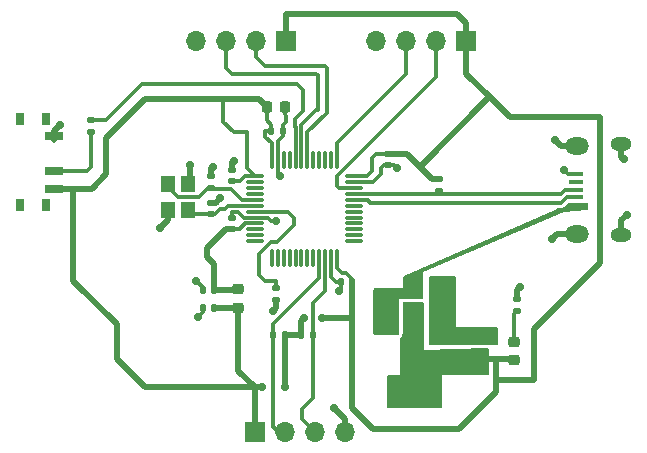
<source format=gbr>
%TF.GenerationSoftware,KiCad,Pcbnew,7.0.10*%
%TF.CreationDate,2024-01-08T00:56:05+00:00*%
%TF.ProjectId,green_storm,67726565-6e5f-4737-946f-726d2e6b6963,0.1*%
%TF.SameCoordinates,Original*%
%TF.FileFunction,Copper,L1,Top*%
%TF.FilePolarity,Positive*%
%FSLAX46Y46*%
G04 Gerber Fmt 4.6, Leading zero omitted, Abs format (unit mm)*
G04 Created by KiCad (PCBNEW 7.0.10) date 2024-01-08 00:56:05*
%MOMM*%
%LPD*%
G01*
G04 APERTURE LIST*
G04 Aperture macros list*
%AMRoundRect*
0 Rectangle with rounded corners*
0 $1 Rounding radius*
0 $2 $3 $4 $5 $6 $7 $8 $9 X,Y pos of 4 corners*
0 Add a 4 corners polygon primitive as box body*
4,1,4,$2,$3,$4,$5,$6,$7,$8,$9,$2,$3,0*
0 Add four circle primitives for the rounded corners*
1,1,$1+$1,$2,$3*
1,1,$1+$1,$4,$5*
1,1,$1+$1,$6,$7*
1,1,$1+$1,$8,$9*
0 Add four rect primitives between the rounded corners*
20,1,$1+$1,$2,$3,$4,$5,0*
20,1,$1+$1,$4,$5,$6,$7,0*
20,1,$1+$1,$6,$7,$8,$9,0*
20,1,$1+$1,$8,$9,$2,$3,0*%
G04 Aperture macros list end*
%TA.AperFunction,ComponentPad*%
%ADD10R,1.700000X1.700000*%
%TD*%
%TA.AperFunction,ComponentPad*%
%ADD11O,1.700000X1.700000*%
%TD*%
%TA.AperFunction,SMDPad,CuDef*%
%ADD12RoundRect,0.140000X-0.170000X0.140000X-0.170000X-0.140000X0.170000X-0.140000X0.170000X0.140000X0*%
%TD*%
%TA.AperFunction,SMDPad,CuDef*%
%ADD13RoundRect,0.140000X0.170000X-0.140000X0.170000X0.140000X-0.170000X0.140000X-0.170000X-0.140000X0*%
%TD*%
%TA.AperFunction,SMDPad,CuDef*%
%ADD14RoundRect,0.218750X-0.256250X0.218750X-0.256250X-0.218750X0.256250X-0.218750X0.256250X0.218750X0*%
%TD*%
%TA.AperFunction,SMDPad,CuDef*%
%ADD15RoundRect,0.250000X0.475000X-0.250000X0.475000X0.250000X-0.475000X0.250000X-0.475000X-0.250000X0*%
%TD*%
%TA.AperFunction,SMDPad,CuDef*%
%ADD16RoundRect,0.135000X-0.185000X0.135000X-0.185000X-0.135000X0.185000X-0.135000X0.185000X0.135000X0*%
%TD*%
%TA.AperFunction,SMDPad,CuDef*%
%ADD17RoundRect,0.140000X0.140000X0.170000X-0.140000X0.170000X-0.140000X-0.170000X0.140000X-0.170000X0*%
%TD*%
%TA.AperFunction,SMDPad,CuDef*%
%ADD18RoundRect,0.135000X0.185000X-0.135000X0.185000X0.135000X-0.185000X0.135000X-0.185000X-0.135000X0*%
%TD*%
%TA.AperFunction,SMDPad,CuDef*%
%ADD19RoundRect,0.225000X-0.225000X-0.250000X0.225000X-0.250000X0.225000X0.250000X-0.225000X0.250000X0*%
%TD*%
%TA.AperFunction,SMDPad,CuDef*%
%ADD20RoundRect,0.135000X-0.135000X-0.185000X0.135000X-0.185000X0.135000X0.185000X-0.135000X0.185000X0*%
%TD*%
%TA.AperFunction,SMDPad,CuDef*%
%ADD21RoundRect,0.250000X-0.250000X-0.475000X0.250000X-0.475000X0.250000X0.475000X-0.250000X0.475000X0*%
%TD*%
%TA.AperFunction,SMDPad,CuDef*%
%ADD22R,1.300000X0.450000*%
%TD*%
%TA.AperFunction,ComponentPad*%
%ADD23O,1.800000X1.150000*%
%TD*%
%TA.AperFunction,ComponentPad*%
%ADD24O,2.000000X1.450000*%
%TD*%
%TA.AperFunction,SMDPad,CuDef*%
%ADD25RoundRect,0.135000X0.135000X0.185000X-0.135000X0.185000X-0.135000X-0.185000X0.135000X-0.185000X0*%
%TD*%
%TA.AperFunction,SMDPad,CuDef*%
%ADD26RoundRect,0.075000X-0.662500X-0.075000X0.662500X-0.075000X0.662500X0.075000X-0.662500X0.075000X0*%
%TD*%
%TA.AperFunction,SMDPad,CuDef*%
%ADD27RoundRect,0.075000X-0.075000X-0.662500X0.075000X-0.662500X0.075000X0.662500X-0.075000X0.662500X0*%
%TD*%
%TA.AperFunction,SMDPad,CuDef*%
%ADD28RoundRect,0.140000X-0.140000X-0.170000X0.140000X-0.170000X0.140000X0.170000X-0.140000X0.170000X0*%
%TD*%
%TA.AperFunction,SMDPad,CuDef*%
%ADD29R,1.500000X2.000000*%
%TD*%
%TA.AperFunction,SMDPad,CuDef*%
%ADD30R,3.800000X2.000000*%
%TD*%
%TA.AperFunction,SMDPad,CuDef*%
%ADD31R,0.800000X1.000000*%
%TD*%
%TA.AperFunction,SMDPad,CuDef*%
%ADD32R,1.500000X0.700000*%
%TD*%
%TA.AperFunction,SMDPad,CuDef*%
%ADD33R,1.200000X1.400000*%
%TD*%
%TA.AperFunction,ViaPad*%
%ADD34C,0.700000*%
%TD*%
%TA.AperFunction,Conductor*%
%ADD35C,0.500000*%
%TD*%
%TA.AperFunction,Conductor*%
%ADD36C,0.300000*%
%TD*%
G04 APERTURE END LIST*
D10*
%TO.P,J4,1,Pin_1*%
%TO.N,+3.3V*%
X62865000Y-110363000D03*
D11*
%TO.P,J4,2,Pin_2*%
%TO.N,Net-(J4-Pin_2)*%
X65405000Y-110363000D03*
%TO.P,J4,3,Pin_3*%
%TO.N,Net-(J4-Pin_3)*%
X67945000Y-110363000D03*
%TO.P,J4,4,Pin_4*%
%TO.N,GND*%
X70485000Y-110363000D03*
%TD*%
D12*
%TO.P,C11,1*%
%TO.N,Net-(U2-NRST)*%
X64643000Y-98199000D03*
%TO.P,C11,2*%
%TO.N,GND*%
X64643000Y-99159000D03*
%TD*%
D13*
%TO.P,C12,1*%
%TO.N,Net-(U2-PD0)*%
X59182000Y-89662000D03*
%TO.P,C12,2*%
%TO.N,GND*%
X59182000Y-88702000D03*
%TD*%
D14*
%TO.P,D1,1,K*%
%TO.N,Net-(D1-K)*%
X84836000Y-102692000D03*
%TO.P,D1,2,A*%
%TO.N,+3.3V*%
X84836000Y-104267000D03*
%TD*%
D15*
%TO.P,C2,1*%
%TO.N,+3.3V*%
X81407000Y-104201000D03*
%TO.P,C2,2*%
%TO.N,GND*%
X81407000Y-102301000D03*
%TD*%
D16*
%TO.P,R3,1*%
%TO.N,+3.3V*%
X78486000Y-88898000D03*
%TO.P,R3,2*%
%TO.N,Net-(J1-D+)*%
X78486000Y-89918000D03*
%TD*%
D17*
%TO.P,C5,1*%
%TO.N,+3.3V*%
X71092000Y-97663000D03*
%TO.P,C5,2*%
%TO.N,GND*%
X70132000Y-97663000D03*
%TD*%
D18*
%TO.P,R2,1*%
%TO.N,Net-(SW1-B)*%
X49022000Y-84965000D03*
%TO.P,R2,2*%
%TO.N,Net-(U2-BOOT0)*%
X49022000Y-83945000D03*
%TD*%
D19*
%TO.P,C3,1*%
%TO.N,+3.3V*%
X63868000Y-82804000D03*
%TO.P,C3,2*%
%TO.N,GND*%
X65418000Y-82804000D03*
%TD*%
D10*
%TO.P,J3,1,Pin_1*%
%TO.N,+3.3V*%
X65522000Y-77216000D03*
D11*
%TO.P,J3,2,Pin_2*%
%TO.N,Net-(J3-Pin_2)*%
X62982000Y-77216000D03*
%TO.P,J3,3,Pin_3*%
%TO.N,Net-(J3-Pin_3)*%
X60442000Y-77216000D03*
%TO.P,J3,4,Pin_4*%
%TO.N,GND*%
X57902000Y-77216000D03*
%TD*%
D20*
%TO.P,R5,1*%
%TO.N,+3.3V*%
X66800000Y-102108000D03*
%TO.P,R5,2*%
%TO.N,Net-(J4-Pin_3)*%
X67820000Y-102108000D03*
%TD*%
D17*
%TO.P,C10,1*%
%TO.N,+3.3V*%
X59436000Y-99822000D03*
%TO.P,C10,2*%
%TO.N,GND*%
X58476000Y-99822000D03*
%TD*%
%TO.P,C9,1*%
%TO.N,+3.3VA*%
X59436000Y-98298000D03*
%TO.P,C9,2*%
%TO.N,GND*%
X58476000Y-98298000D03*
%TD*%
D21*
%TO.P,C1,1*%
%TO.N,VBUS*%
X76266000Y-98044000D03*
%TO.P,C1,2*%
%TO.N,GND*%
X78166000Y-98044000D03*
%TD*%
D12*
%TO.P,C6,1*%
%TO.N,+3.3V*%
X74168000Y-86797000D03*
%TO.P,C6,2*%
%TO.N,GND*%
X74168000Y-87757000D03*
%TD*%
D22*
%TO.P,J1,1,VBUS*%
%TO.N,VBUS*%
X90043000Y-91119000D03*
%TO.P,J1,2,D-*%
%TO.N,Net-(J1-D-)*%
X90043000Y-90469000D03*
%TO.P,J1,3,D+*%
%TO.N,Net-(J1-D+)*%
X90043000Y-89819000D03*
%TO.P,J1,4,ID*%
%TO.N,unconnected-(J1-ID-Pad4)*%
X90043000Y-89169000D03*
%TO.P,J1,5,GND*%
%TO.N,GND*%
X90043000Y-88519000D03*
D23*
%TO.P,J1,6,Shield*%
X93893000Y-93694000D03*
D24*
X90093000Y-93544000D03*
X90093000Y-86094000D03*
D23*
X93893000Y-85944000D03*
%TD*%
D10*
%TO.P,J2,1,Pin_1*%
%TO.N,+3.3V*%
X80772000Y-77216000D03*
D11*
%TO.P,J2,2,Pin_2*%
%TO.N,Net-(J2-Pin_2)*%
X78232000Y-77216000D03*
%TO.P,J2,3,Pin_3*%
%TO.N,Net-(J2-Pin_3)*%
X75692000Y-77216000D03*
%TO.P,J2,4,Pin_4*%
%TO.N,GND*%
X73152000Y-77216000D03*
%TD*%
D25*
%TO.P,R4,1*%
%TO.N,+3.3V*%
X65407000Y-102108000D03*
%TO.P,R4,2*%
%TO.N,Net-(J4-Pin_2)*%
X64387000Y-102108000D03*
%TD*%
D26*
%TO.P,U2,1,VBAT*%
%TO.N,+3.3V*%
X62893500Y-88690000D03*
%TO.P,U2,2,PC13*%
%TO.N,unconnected-(U2-PC13-Pad2)*%
X62893500Y-89190000D03*
%TO.P,U2,3,PC14*%
%TO.N,unconnected-(U2-PC14-Pad3)*%
X62893500Y-89690000D03*
%TO.P,U2,4,PC15*%
%TO.N,unconnected-(U2-PC15-Pad4)*%
X62893500Y-90190000D03*
%TO.P,U2,5,PD0*%
%TO.N,Net-(U2-PD0)*%
X62893500Y-90690000D03*
%TO.P,U2,6,PD1*%
%TO.N,Net-(U2-PD1)*%
X62893500Y-91190000D03*
%TO.P,U2,7,NRST*%
%TO.N,Net-(U2-NRST)*%
X62893500Y-91690000D03*
%TO.P,U2,8,VSSA*%
%TO.N,GND*%
X62893500Y-92190000D03*
%TO.P,U2,9,VDDA*%
%TO.N,+3.3VA*%
X62893500Y-92690000D03*
%TO.P,U2,10,PA0*%
%TO.N,unconnected-(U2-PA0-Pad10)*%
X62893500Y-93190000D03*
%TO.P,U2,11,PA1*%
%TO.N,unconnected-(U2-PA1-Pad11)*%
X62893500Y-93690000D03*
%TO.P,U2,12,PA2*%
%TO.N,unconnected-(U2-PA2-Pad12)*%
X62893500Y-94190000D03*
D27*
%TO.P,U2,13,PA3*%
%TO.N,unconnected-(U2-PA3-Pad13)*%
X64306000Y-95602500D03*
%TO.P,U2,14,PA4*%
%TO.N,unconnected-(U2-PA4-Pad14)*%
X64806000Y-95602500D03*
%TO.P,U2,15,PA5*%
%TO.N,unconnected-(U2-PA5-Pad15)*%
X65306000Y-95602500D03*
%TO.P,U2,16,PA6*%
%TO.N,unconnected-(U2-PA6-Pad16)*%
X65806000Y-95602500D03*
%TO.P,U2,17,PA7*%
%TO.N,unconnected-(U2-PA7-Pad17)*%
X66306000Y-95602500D03*
%TO.P,U2,18,PB0*%
%TO.N,unconnected-(U2-PB0-Pad18)*%
X66806000Y-95602500D03*
%TO.P,U2,19,PB1*%
%TO.N,unconnected-(U2-PB1-Pad19)*%
X67306000Y-95602500D03*
%TO.P,U2,20,PB2*%
%TO.N,unconnected-(U2-PB2-Pad20)*%
X67806000Y-95602500D03*
%TO.P,U2,21,PB10*%
%TO.N,Net-(J4-Pin_2)*%
X68306000Y-95602500D03*
%TO.P,U2,22,PB11*%
%TO.N,Net-(J4-Pin_3)*%
X68806000Y-95602500D03*
%TO.P,U2,23,VSS*%
%TO.N,GND*%
X69306000Y-95602500D03*
%TO.P,U2,24,VDD*%
%TO.N,+3.3V*%
X69806000Y-95602500D03*
D26*
%TO.P,U2,25,PB12*%
%TO.N,unconnected-(U2-PB12-Pad25)*%
X71218500Y-94190000D03*
%TO.P,U2,26,PB13*%
%TO.N,unconnected-(U2-PB13-Pad26)*%
X71218500Y-93690000D03*
%TO.P,U2,27,PB14*%
%TO.N,unconnected-(U2-PB14-Pad27)*%
X71218500Y-93190000D03*
%TO.P,U2,28,PB15*%
%TO.N,unconnected-(U2-PB15-Pad28)*%
X71218500Y-92690000D03*
%TO.P,U2,29,PA8*%
%TO.N,unconnected-(U2-PA8-Pad29)*%
X71218500Y-92190000D03*
%TO.P,U2,30,PA9*%
%TO.N,unconnected-(U2-PA9-Pad30)*%
X71218500Y-91690000D03*
%TO.P,U2,31,PA10*%
%TO.N,unconnected-(U2-PA10-Pad31)*%
X71218500Y-91190000D03*
%TO.P,U2,32,PA11*%
%TO.N,Net-(J1-D-)*%
X71218500Y-90690000D03*
%TO.P,U2,33,PA12*%
%TO.N,Net-(J1-D+)*%
X71218500Y-90190000D03*
%TO.P,U2,34,PA13*%
%TO.N,Net-(J2-Pin_2)*%
X71218500Y-89690000D03*
%TO.P,U2,35,VSS*%
%TO.N,GND*%
X71218500Y-89190000D03*
%TO.P,U2,36,VDD*%
%TO.N,+3.3V*%
X71218500Y-88690000D03*
D27*
%TO.P,U2,37,PA14*%
%TO.N,Net-(J2-Pin_3)*%
X69806000Y-87277500D03*
%TO.P,U2,38,PA15*%
%TO.N,unconnected-(U2-PA15-Pad38)*%
X69306000Y-87277500D03*
%TO.P,U2,39,PB3*%
%TO.N,unconnected-(U2-PB3-Pad39)*%
X68806000Y-87277500D03*
%TO.P,U2,40,PB4*%
%TO.N,unconnected-(U2-PB4-Pad40)*%
X68306000Y-87277500D03*
%TO.P,U2,41,PB5*%
%TO.N,unconnected-(U2-PB5-Pad41)*%
X67806000Y-87277500D03*
%TO.P,U2,42,PB6*%
%TO.N,Net-(J3-Pin_2)*%
X67306000Y-87277500D03*
%TO.P,U2,43,PB7*%
%TO.N,Net-(J3-Pin_3)*%
X66806000Y-87277500D03*
%TO.P,U2,44,BOOT0*%
%TO.N,Net-(U2-BOOT0)*%
X66306000Y-87277500D03*
%TO.P,U2,45,PB8*%
%TO.N,unconnected-(U2-PB8-Pad45)*%
X65806000Y-87277500D03*
%TO.P,U2,46,PB9*%
%TO.N,unconnected-(U2-PB9-Pad46)*%
X65306000Y-87277500D03*
%TO.P,U2,47,VSS*%
%TO.N,GND*%
X64806000Y-87277500D03*
%TO.P,U2,48,VDD*%
%TO.N,+3.3V*%
X64306000Y-87277500D03*
%TD*%
D13*
%TO.P,C13,1*%
%TO.N,Net-(U2-PD1)*%
X59182000Y-91892000D03*
%TO.P,C13,2*%
%TO.N,GND*%
X59182000Y-90932000D03*
%TD*%
D28*
%TO.P,C7,1*%
%TO.N,+3.3V*%
X64262000Y-84836000D03*
%TO.P,C7,2*%
%TO.N,GND*%
X65222000Y-84836000D03*
%TD*%
D29*
%TO.P,U1,1,GND*%
%TO.N,GND*%
X78627000Y-100609000D03*
%TO.P,U1,2,VO*%
%TO.N,+3.3V*%
X76327000Y-100609000D03*
D30*
X76327000Y-106909000D03*
D29*
%TO.P,U1,3,VI*%
%TO.N,VBUS*%
X74027000Y-100609000D03*
%TD*%
D14*
%TO.P,FB1,1*%
%TO.N,+3.3VA*%
X61468000Y-98272500D03*
%TO.P,FB1,2*%
%TO.N,+3.3V*%
X61468000Y-99847500D03*
%TD*%
D13*
%TO.P,C8,1*%
%TO.N,+3.3VA*%
X60960000Y-93162000D03*
%TO.P,C8,2*%
%TO.N,GND*%
X60960000Y-92202000D03*
%TD*%
D31*
%TO.P,SW1,*%
%TO.N,*%
X45197000Y-83853000D03*
X42987000Y-83853000D03*
X45197000Y-91153000D03*
X42987000Y-91153000D03*
D32*
%TO.P,SW1,1,A*%
%TO.N,GND*%
X45847000Y-85253000D03*
%TO.P,SW1,2,B*%
%TO.N,Net-(SW1-B)*%
X45847000Y-88253000D03*
%TO.P,SW1,3,C*%
%TO.N,+3.3V*%
X45847000Y-89753000D03*
%TD*%
D33*
%TO.P,Y1,1,1*%
%TO.N,Net-(U2-PD0)*%
X55538000Y-89324000D03*
%TO.P,Y1,2,2*%
%TO.N,GND*%
X55538000Y-91524000D03*
%TO.P,Y1,3,3*%
%TO.N,Net-(U2-PD1)*%
X57238000Y-91524000D03*
%TO.P,Y1,4,4*%
%TO.N,GND*%
X57238000Y-89324000D03*
%TD*%
D18*
%TO.P,R1,1*%
%TO.N,Net-(D1-K)*%
X85090000Y-100078000D03*
%TO.P,R1,2*%
%TO.N,GND*%
X85090000Y-99058000D03*
%TD*%
D13*
%TO.P,C4,1*%
%TO.N,+3.3V*%
X60960000Y-89126000D03*
%TO.P,C4,2*%
%TO.N,GND*%
X60960000Y-88166000D03*
%TD*%
D34*
%TO.N,GND*%
X69596000Y-108331000D03*
X88265000Y-85598000D03*
X59944000Y-90566000D03*
X59309000Y-87884000D03*
X46355000Y-84328000D03*
X79502000Y-97790000D03*
X64389000Y-100076000D03*
X61087000Y-87376000D03*
X78105000Y-102235000D03*
X69977000Y-98425000D03*
X57404000Y-87757000D03*
X54864000Y-93091000D03*
X94361000Y-91948000D03*
X85344000Y-98044000D03*
X89027000Y-88138000D03*
X58039000Y-100584000D03*
X74930000Y-88011000D03*
X64643000Y-92456000D03*
X57912000Y-97536000D03*
X65024000Y-88646000D03*
X94107000Y-87249000D03*
X82931000Y-102235000D03*
X78994000Y-102235000D03*
X88011000Y-93980000D03*
%TO.N,+3.3V*%
X65407000Y-106551000D03*
X63500000Y-106553000D03*
X68580000Y-100711000D03*
X67056000Y-100711000D03*
%TD*%
D35*
%TO.N,GND*%
X70485000Y-109220000D02*
X69596000Y-108331000D01*
X70485000Y-110363000D02*
X70485000Y-109220000D01*
D36*
%TO.N,Net-(J4-Pin_3)*%
X66865000Y-108395000D02*
X66865000Y-109283000D01*
X66865000Y-109283000D02*
X67945000Y-110363000D01*
%TO.N,GND*%
X65222000Y-85272893D02*
X64806000Y-85688893D01*
D35*
X55538000Y-91524000D02*
X55538000Y-92417000D01*
X93893000Y-92416000D02*
X94361000Y-91948000D01*
D36*
X65222000Y-83000000D02*
X65418000Y-82804000D01*
D35*
X59578000Y-90932000D02*
X59944000Y-90566000D01*
X60960000Y-87503000D02*
X61087000Y-87376000D01*
D36*
X69306000Y-97246000D02*
X69306000Y-95602500D01*
X72862000Y-89190000D02*
X73533000Y-88519000D01*
X61468000Y-91694000D02*
X60960000Y-91694000D01*
X58476000Y-98298000D02*
X58476000Y-98100000D01*
X73533000Y-88519000D02*
X73533000Y-88011000D01*
X65418000Y-83452000D02*
X65418000Y-82804000D01*
X60960000Y-91694000D02*
X60960000Y-92202000D01*
D35*
X60960000Y-88166000D02*
X60960000Y-87503000D01*
X64643000Y-99159000D02*
X64643000Y-99822000D01*
X85090000Y-98931000D02*
X85090000Y-98298000D01*
D36*
X74168000Y-87757000D02*
X74676000Y-87757000D01*
X58476000Y-99822000D02*
X58476000Y-100147000D01*
X73787000Y-87757000D02*
X74168000Y-87757000D01*
X64806000Y-87277500D02*
X64806000Y-88428000D01*
D35*
X57404000Y-89158000D02*
X57238000Y-89324000D01*
X59182000Y-88702000D02*
X59182000Y-88011000D01*
D36*
X65222000Y-84836000D02*
X65222000Y-84384000D01*
X64806000Y-85688893D02*
X64806000Y-87277500D01*
D35*
X88447000Y-93544000D02*
X88011000Y-93980000D01*
D36*
X89408000Y-88519000D02*
X89027000Y-88138000D01*
D35*
X93893000Y-93694000D02*
X93893000Y-92416000D01*
X45847000Y-85253000D02*
X46010000Y-85253000D01*
D36*
X61964000Y-92190000D02*
X61468000Y-91694000D01*
D35*
X90093000Y-93544000D02*
X88447000Y-93544000D01*
D36*
X70132000Y-98270000D02*
X69977000Y-98425000D01*
X65222000Y-84384000D02*
X65532000Y-84074000D01*
X65532000Y-84074000D02*
X65532000Y-83566000D01*
X64262000Y-92456000D02*
X64643000Y-92456000D01*
D35*
X93893000Y-87035000D02*
X94107000Y-87249000D01*
X59182000Y-88011000D02*
X59309000Y-87884000D01*
D36*
X64806000Y-88428000D02*
X65024000Y-88646000D01*
D35*
X85090000Y-98298000D02*
X85344000Y-98044000D01*
X90093000Y-86094000D02*
X88761000Y-86094000D01*
X55538000Y-92417000D02*
X54864000Y-93091000D01*
X57404000Y-87757000D02*
X57404000Y-89158000D01*
D36*
X90043000Y-88519000D02*
X89408000Y-88519000D01*
X58476000Y-98100000D02*
X57912000Y-97536000D01*
D35*
X93893000Y-85944000D02*
X93893000Y-87035000D01*
D36*
X74676000Y-87757000D02*
X74930000Y-88011000D01*
X73533000Y-88011000D02*
X73787000Y-87757000D01*
D35*
X45847000Y-84836000D02*
X46355000Y-84328000D01*
D36*
X69723000Y-97663000D02*
X69306000Y-97246000D01*
X71218500Y-89190000D02*
X72862000Y-89190000D01*
D35*
X45847000Y-85598000D02*
X45847000Y-85253000D01*
D36*
X65222000Y-84836000D02*
X65222000Y-85272893D01*
D35*
X88761000Y-86094000D02*
X88265000Y-85598000D01*
D36*
X65532000Y-83566000D02*
X65418000Y-83452000D01*
X70132000Y-97663000D02*
X69723000Y-97663000D01*
D35*
X59182000Y-90932000D02*
X59578000Y-90932000D01*
D36*
X62893500Y-92190000D02*
X63996000Y-92190000D01*
D35*
X45847000Y-85253000D02*
X45847000Y-84836000D01*
D36*
X70132000Y-97663000D02*
X70132000Y-98270000D01*
X58476000Y-100147000D02*
X58039000Y-100584000D01*
X63996000Y-92190000D02*
X64262000Y-92456000D01*
D35*
X64643000Y-99822000D02*
X64389000Y-100076000D01*
D36*
X62893500Y-92190000D02*
X61964000Y-92190000D01*
%TO.N,+3.3V*%
X69806000Y-95602500D02*
X69806000Y-96476000D01*
X72346000Y-88690000D02*
X72771000Y-88265000D01*
X62230000Y-84963000D02*
X61087000Y-84963000D01*
D35*
X84770000Y-104201000D02*
X84836000Y-104267000D01*
X80772000Y-77216000D02*
X80772000Y-75692000D01*
X49058000Y-89753000D02*
X47462000Y-89753000D01*
X86487000Y-105918000D02*
X86487000Y-101600000D01*
X84455000Y-83693000D02*
X82867500Y-82105500D01*
D36*
X62052880Y-88690000D02*
X61616880Y-89126000D01*
D35*
X71092000Y-97663000D02*
X71092000Y-100711000D01*
X65522000Y-74940000D02*
X65522000Y-77216000D01*
D36*
X64262000Y-84328000D02*
X63868000Y-83934000D01*
X61616880Y-89126000D02*
X60960000Y-89126000D01*
D35*
X72898000Y-110109000D02*
X80137000Y-110109000D01*
D36*
X62893500Y-88690000D02*
X62230000Y-88026500D01*
D35*
X61468000Y-105156000D02*
X62865000Y-106553000D01*
X47498000Y-89789000D02*
X47462000Y-89753000D01*
X76835000Y-87884000D02*
X77849000Y-88898000D01*
D36*
X72771000Y-87122000D02*
X73096000Y-86797000D01*
X63754000Y-85344000D02*
X63754000Y-84836000D01*
D35*
X62865000Y-106553000D02*
X63500000Y-106553000D01*
X66800000Y-100967000D02*
X66800000Y-102108000D01*
X83312000Y-104201000D02*
X84770000Y-104201000D01*
X51181000Y-104140000D02*
X51181000Y-101219000D01*
D36*
X64306000Y-87277500D02*
X64306000Y-85896000D01*
D35*
X82867500Y-82105500D02*
X82613500Y-82105500D01*
X50292000Y-88519000D02*
X49058000Y-89753000D01*
X65407000Y-102108000D02*
X65407000Y-106551000D01*
D36*
X61087000Y-84963000D02*
X60198000Y-84074000D01*
D35*
X63233000Y-82169000D02*
X60198000Y-82169000D01*
D36*
X63868000Y-83934000D02*
X63868000Y-82804000D01*
D35*
X62865000Y-106553000D02*
X53594000Y-106553000D01*
D36*
X71092000Y-97663000D02*
X71092000Y-97381000D01*
X70231000Y-96901000D02*
X69806000Y-96476000D01*
D35*
X83312000Y-105918000D02*
X86487000Y-105918000D01*
D36*
X64262000Y-84836000D02*
X64262000Y-84328000D01*
D35*
X51181000Y-101219000D02*
X47498000Y-97536000D01*
X53594000Y-82169000D02*
X50292000Y-85471000D01*
X76835000Y-87884000D02*
X75748000Y-86797000D01*
X80137000Y-110109000D02*
X83312000Y-106934000D01*
D36*
X62893500Y-88690000D02*
X62052880Y-88690000D01*
D35*
X82867500Y-82105500D02*
X80772000Y-80010000D01*
D36*
X72771000Y-88265000D02*
X72771000Y-87122000D01*
D35*
X61468000Y-99847500D02*
X61468000Y-105156000D01*
X59436000Y-99822000D02*
X61442500Y-99822000D01*
X50292000Y-85471000D02*
X50292000Y-88519000D01*
D36*
X64306000Y-85896000D02*
X63754000Y-85344000D01*
D35*
X65405000Y-106553000D02*
X65407000Y-106551000D01*
X63868000Y-82804000D02*
X63233000Y-82169000D01*
X75748000Y-86797000D02*
X74168000Y-86797000D01*
X92075000Y-83693000D02*
X84455000Y-83693000D01*
X66800000Y-102108000D02*
X65407000Y-102108000D01*
X61442500Y-99822000D02*
X61468000Y-99847500D01*
X71092000Y-100711000D02*
X68580000Y-100711000D01*
X62865000Y-110363000D02*
X62865000Y-106553000D01*
X65532000Y-74930000D02*
X65522000Y-74940000D01*
D36*
X63754000Y-84836000D02*
X64262000Y-84836000D01*
D35*
X67056000Y-100711000D02*
X66800000Y-100967000D01*
X80772000Y-80010000D02*
X80772000Y-77216000D01*
X80010000Y-74930000D02*
X65532000Y-74930000D01*
X80772000Y-75692000D02*
X80010000Y-74930000D01*
X77849000Y-88898000D02*
X78486000Y-88898000D01*
X81407000Y-104201000D02*
X83312000Y-104201000D01*
X47498000Y-97536000D02*
X47498000Y-89789000D01*
X82613500Y-82105500D02*
X76835000Y-87884000D01*
D36*
X62230000Y-88026500D02*
X62230000Y-84963000D01*
X70612000Y-96901000D02*
X70231000Y-96901000D01*
D35*
X92075000Y-96012000D02*
X92075000Y-83693000D01*
X83312000Y-106934000D02*
X83312000Y-105918000D01*
D36*
X71218500Y-88690000D02*
X72346000Y-88690000D01*
D35*
X47462000Y-89753000D02*
X45847000Y-89753000D01*
D36*
X73096000Y-86797000D02*
X74168000Y-86797000D01*
X71092000Y-97381000D02*
X70612000Y-96901000D01*
D35*
X71092000Y-108303000D02*
X72898000Y-110109000D01*
X83312000Y-105918000D02*
X83312000Y-104201000D01*
X86487000Y-101600000D02*
X92075000Y-96012000D01*
X60198000Y-82169000D02*
X53594000Y-82169000D01*
X71092000Y-100711000D02*
X71092000Y-108303000D01*
X53594000Y-106553000D02*
X51181000Y-104140000D01*
D36*
X60198000Y-84074000D02*
X60198000Y-82169000D01*
D35*
%TO.N,+3.3VA*%
X59436000Y-96139000D02*
X58801000Y-95504000D01*
X58801000Y-94742000D02*
X60381000Y-93162000D01*
X60381000Y-93162000D02*
X60960000Y-93162000D01*
D36*
X60960000Y-93162000D02*
X61580880Y-93162000D01*
D35*
X59436000Y-98298000D02*
X59436000Y-96139000D01*
X58801000Y-95504000D02*
X58801000Y-94742000D01*
D36*
X61580880Y-93162000D02*
X62052880Y-92690000D01*
X62052880Y-92690000D02*
X62893500Y-92690000D01*
D35*
X61442500Y-98298000D02*
X61468000Y-98272500D01*
X59436000Y-98298000D02*
X61442500Y-98298000D01*
D36*
%TO.N,Net-(U2-NRST)*%
X65655000Y-91690000D02*
X66167000Y-92202000D01*
X63246000Y-97028000D02*
X63754000Y-97536000D01*
X62893500Y-91690000D02*
X65655000Y-91690000D01*
X66167000Y-92837000D02*
X64770000Y-94234000D01*
X63246000Y-95250000D02*
X63246000Y-97028000D01*
X64643000Y-97536000D02*
X64643000Y-98199000D01*
X64262000Y-94234000D02*
X63246000Y-95250000D01*
X66167000Y-92202000D02*
X66167000Y-92837000D01*
X64770000Y-94234000D02*
X64262000Y-94234000D01*
X63754000Y-97536000D02*
X64643000Y-97536000D01*
%TO.N,Net-(U2-PD0)*%
X59309000Y-89789000D02*
X59182000Y-89662000D01*
X60833000Y-89789000D02*
X59309000Y-89789000D01*
X55538000Y-89624000D02*
X55538000Y-89324000D01*
X56338000Y-90424000D02*
X55538000Y-89624000D01*
X59182000Y-89662000D02*
X58928000Y-89662000D01*
X62893500Y-90690000D02*
X61734000Y-90690000D01*
X58928000Y-89662000D02*
X58166000Y-90424000D01*
X61734000Y-90690000D02*
X60833000Y-89789000D01*
X58166000Y-90424000D02*
X56338000Y-90424000D01*
%TO.N,Net-(U2-PD1)*%
X59491999Y-91892000D02*
X59182000Y-91892000D01*
X57606000Y-91892000D02*
X57238000Y-91524000D01*
X62893500Y-91190000D02*
X60575000Y-91190000D01*
X59943999Y-91440000D02*
X59491999Y-91892000D01*
X60575000Y-91190000D02*
X60325000Y-91440000D01*
X60325000Y-91440000D02*
X59943999Y-91440000D01*
X59182000Y-91892000D02*
X57606000Y-91892000D01*
%TO.N,Net-(D1-K)*%
X84836000Y-100332000D02*
X85090000Y-100078000D01*
X84836000Y-102692000D02*
X84836000Y-100332000D01*
%TO.N,Net-(J1-D-)*%
X72402000Y-90690000D02*
X72644000Y-90932000D01*
X88789000Y-90932000D02*
X89252000Y-90469000D01*
X89252000Y-90469000D02*
X90043000Y-90469000D01*
X72644000Y-90932000D02*
X88789000Y-90932000D01*
X71218500Y-90690000D02*
X72402000Y-90690000D01*
%TO.N,Net-(J1-D+)*%
X71218500Y-90190000D02*
X88747000Y-90190000D01*
X89118000Y-89819000D02*
X90043000Y-89819000D01*
X88747000Y-90190000D02*
X89118000Y-89819000D01*
%TO.N,Net-(J2-Pin_2)*%
X69850000Y-89535000D02*
X69850000Y-88646000D01*
X71218500Y-89690000D02*
X70005000Y-89690000D01*
X78232000Y-77216000D02*
X78232000Y-80264000D01*
X70005000Y-89690000D02*
X69850000Y-89535000D01*
X69850000Y-88646000D02*
X78232000Y-80264000D01*
%TO.N,Net-(J2-Pin_3)*%
X69806000Y-85896000D02*
X75692000Y-80010000D01*
X69806000Y-87277500D02*
X69806000Y-85896000D01*
X75692000Y-77216000D02*
X75692000Y-80010000D01*
%TO.N,Net-(J3-Pin_2)*%
X67306000Y-84967000D02*
X67306000Y-87277500D01*
X62982000Y-78603000D02*
X63754000Y-79375000D01*
X68961000Y-83312000D02*
X67306000Y-84967000D01*
X62982000Y-77216000D02*
X62982000Y-78603000D01*
X68834000Y-79375000D02*
X68961000Y-79502000D01*
X63754000Y-79375000D02*
X68834000Y-79375000D01*
X68961000Y-79502000D02*
X68961000Y-83312000D01*
%TO.N,Net-(J3-Pin_3)*%
X68072000Y-80010000D02*
X68199000Y-80137000D01*
X68199000Y-80137000D02*
X68199000Y-83058000D01*
X60960000Y-80010000D02*
X68072000Y-80010000D01*
X60442000Y-77216000D02*
X60442000Y-79492000D01*
X68199000Y-83058000D02*
X68072000Y-83058000D01*
X66806000Y-84332000D02*
X66806000Y-87277500D01*
X66802000Y-84328000D02*
X66806000Y-84332000D01*
X68072000Y-83058000D02*
X66802000Y-84328000D01*
X60442000Y-79492000D02*
X60960000Y-80010000D01*
%TO.N,Net-(J4-Pin_2)*%
X68306000Y-97302000D02*
X64387000Y-101221000D01*
X64387000Y-101221000D02*
X64387000Y-102108000D01*
X64387000Y-109885000D02*
X64865000Y-110363000D01*
X68306000Y-95602500D02*
X68306000Y-97302000D01*
X64387000Y-102108000D02*
X64387000Y-109885000D01*
%TO.N,Net-(J4-Pin_3)*%
X67820000Y-102108000D02*
X67820000Y-107440000D01*
X67820000Y-107440000D02*
X66865000Y-108395000D01*
X67820000Y-99439000D02*
X67820000Y-102108000D01*
X68806000Y-95602500D02*
X68806000Y-98453000D01*
X68806000Y-98453000D02*
X67820000Y-99439000D01*
%TO.N,Net-(SW1-B)*%
X48653000Y-88253000D02*
X45847000Y-88253000D01*
X49022000Y-87884000D02*
X48653000Y-88253000D01*
X49022000Y-84965000D02*
X49022000Y-87884000D01*
%TO.N,Net-(U2-BOOT0)*%
X66929000Y-81407000D02*
X66421000Y-80899000D01*
X66294000Y-83820000D02*
X66929000Y-83185000D01*
X66294000Y-84527106D02*
X66294000Y-83820000D01*
X50294000Y-83945000D02*
X49022000Y-83945000D01*
X66306000Y-87277500D02*
X66306000Y-84539106D01*
X66929000Y-83185000D02*
X66929000Y-81407000D01*
X53340000Y-80899000D02*
X50294000Y-83945000D01*
X66421000Y-80899000D02*
X53340000Y-80899000D01*
X66306000Y-84539106D02*
X66294000Y-84527106D01*
%TD*%
%TA.AperFunction,Conductor*%
%TO.N,VBUS*%
G36*
X90998937Y-90942836D02*
G01*
X91046228Y-90994269D01*
X91059000Y-91049081D01*
X91059000Y-91450507D01*
X91039315Y-91517546D01*
X90986511Y-91563301D01*
X90942735Y-91574266D01*
X89026998Y-91694000D01*
X77089001Y-96773999D01*
X77089000Y-96774001D01*
X77089000Y-98936000D01*
X77069315Y-99003039D01*
X77016511Y-99048794D01*
X76965000Y-99060000D01*
X75057000Y-99060000D01*
X75057000Y-101984000D01*
X75037315Y-102051039D01*
X74984511Y-102096794D01*
X74933000Y-102108000D01*
X73022000Y-102108000D01*
X72954961Y-102088315D01*
X72909206Y-102035511D01*
X72898000Y-101984000D01*
X72898000Y-98295000D01*
X72917685Y-98227961D01*
X72970489Y-98182206D01*
X73022000Y-98171000D01*
X75438000Y-98171000D01*
X75438000Y-97235967D01*
X75457685Y-97168928D01*
X75510489Y-97123173D01*
X75512092Y-97122454D01*
X88272204Y-91517546D01*
X88555813Y-91392970D01*
X88605681Y-91382500D01*
X88756738Y-91382500D01*
X88770620Y-91383279D01*
X88783421Y-91384722D01*
X88806033Y-91387270D01*
X88806033Y-91387269D01*
X88806035Y-91387270D01*
X88862236Y-91376635D01*
X88866726Y-91375872D01*
X88923287Y-91367348D01*
X88923291Y-91367345D01*
X88931447Y-91364830D01*
X88939469Y-91362024D01*
X88939470Y-91362023D01*
X88939472Y-91362023D01*
X88990088Y-91335270D01*
X88994093Y-91333248D01*
X89045642Y-91308425D01*
X89045643Y-91308423D01*
X89045645Y-91308423D01*
X89052695Y-91303616D01*
X89059534Y-91298567D01*
X89059538Y-91298566D01*
X89099974Y-91258128D01*
X89103260Y-91254962D01*
X89145194Y-91216055D01*
X89145196Y-91216050D01*
X89150987Y-91208790D01*
X89151643Y-91209313D01*
X89161032Y-91197070D01*
X89327284Y-91030817D01*
X89388607Y-90997333D01*
X89414965Y-90994499D01*
X90737856Y-90994499D01*
X90737864Y-90994499D01*
X90737879Y-90994497D01*
X90737882Y-90994497D01*
X90762987Y-90991586D01*
X90762988Y-90991585D01*
X90762991Y-90991585D01*
X90865765Y-90946206D01*
X90865765Y-90946205D01*
X90876276Y-90941565D01*
X90876862Y-90942892D01*
X90931347Y-90925135D01*
X90998937Y-90942836D01*
G37*
%TD.AperFunction*%
%TD*%
%TA.AperFunction,Conductor*%
%TO.N,+3.3V*%
G36*
X77135331Y-99355734D02*
G01*
X77191265Y-99397604D01*
X77215684Y-99463068D01*
X77216000Y-99471917D01*
X77216000Y-103378000D01*
X82550119Y-103253950D01*
X82617596Y-103272070D01*
X82664566Y-103323796D01*
X82677000Y-103377916D01*
X82677000Y-105413000D01*
X82657315Y-105480039D01*
X82604511Y-105525794D01*
X82553000Y-105537000D01*
X78740000Y-105537000D01*
X78740000Y-108207000D01*
X78720315Y-108274039D01*
X78667511Y-108319794D01*
X78616000Y-108331000D01*
X74165000Y-108331000D01*
X74097961Y-108311315D01*
X74052206Y-108258511D01*
X74041000Y-108207000D01*
X74041000Y-105661000D01*
X74060685Y-105593961D01*
X74113489Y-105548206D01*
X74165000Y-105537000D01*
X75184000Y-105537000D01*
X75184000Y-102384798D01*
X75203685Y-102317759D01*
X75226800Y-102291083D01*
X75237375Y-102281920D01*
X75237381Y-102281913D01*
X75237387Y-102281908D01*
X75279548Y-102237192D01*
X75279553Y-102237187D01*
X75330439Y-102137111D01*
X75350124Y-102070072D01*
X75362500Y-101984000D01*
X75362500Y-99489500D01*
X75382185Y-99422461D01*
X75434989Y-99376706D01*
X75486500Y-99365500D01*
X76964990Y-99365500D01*
X76965000Y-99365500D01*
X77029941Y-99358518D01*
X77065642Y-99350751D01*
X77135331Y-99355734D01*
G37*
%TD.AperFunction*%
%TD*%
%TA.AperFunction,Conductor*%
%TO.N,GND*%
G36*
X79826039Y-97174685D02*
G01*
X79871794Y-97227489D01*
X79883000Y-97279000D01*
X79883000Y-101473000D01*
X83315000Y-101473000D01*
X83382039Y-101492685D01*
X83427794Y-101545489D01*
X83439000Y-101597000D01*
X83439000Y-102873000D01*
X83419315Y-102940039D01*
X83366511Y-102985794D01*
X83315000Y-102997000D01*
X82766680Y-102997000D01*
X82713063Y-102984809D01*
X82696827Y-102977023D01*
X82629355Y-102958904D01*
X82629345Y-102958902D01*
X82543011Y-102948532D01*
X80460407Y-102996966D01*
X80457524Y-102997000D01*
X77721000Y-102997000D01*
X77653961Y-102977315D01*
X77608206Y-102924511D01*
X77597000Y-102873000D01*
X77597000Y-97279000D01*
X77616685Y-97211961D01*
X77669489Y-97166206D01*
X77721000Y-97155000D01*
X79759000Y-97155000D01*
X79826039Y-97174685D01*
G37*
%TD.AperFunction*%
%TD*%
M02*

</source>
